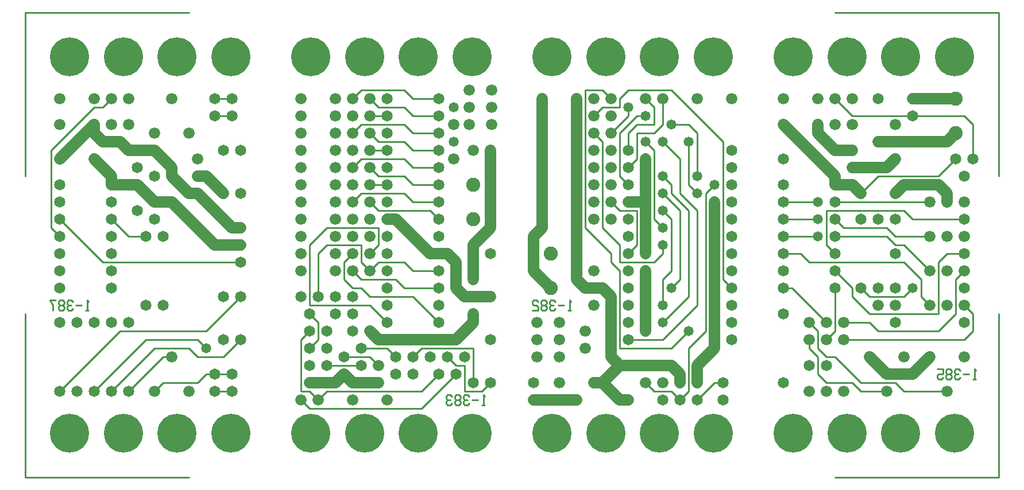
<source format=gbl>
%MOIN*%
%FSLAX25Y25*%
G04 D10 used for Character Trace; *
G04     Circle (OD=.01000) (No hole)*
G04 D11 used for Power Trace; *
G04     Circle (OD=.06700) (No hole)*
G04 D12 used for Signal Trace; *
G04     Circle (OD=.01100) (No hole)*
G04 D13 used for Via; *
G04     Circle (OD=.05800) (Round. Hole ID=.02800)*
G04 D14 used for Component hole; *
G04     Circle (OD=.06500) (Round. Hole ID=.03500)*
G04 D15 used for Component hole; *
G04     Circle (OD=.06600) (Round. Hole ID=.04200)*
G04 D16 used for Component hole; *
G04     Circle (OD=.08200) (Round. Hole ID=.05200)*
G04 D17 used for Component hole; *
G04     Circle (OD=.09000) (Round. Hole ID=.06000)*
G04 D18 used for Component hole; *
G04     Circle (OD=.11600) (Round. Hole ID=.08600)*
G04 D19 used for Component hole; *
G04     Circle (OD=.15500) (Round. Hole ID=.12500)*
G04 D20 used for Component hole; *
G04     Circle (OD=.18200) (Round. Hole ID=.15200)*
G04 D21 used for Component hole; *
G04     Circle (OD=.22600) (Round. Hole ID=.19600)*
%ADD10C,.01000*%
%ADD11C,.06700*%
%ADD12C,.01100*%
%ADD13C,.05800*%
%ADD14C,.06500*%
%ADD15C,.06600*%
%ADD16C,.08200*%
%ADD17C,.09000*%
%ADD18C,.11600*%
%ADD19C,.15500*%
%ADD20C,.18200*%
%ADD21C,.22600*%
%IPPOS*%
%LPD*%
G90*X0Y0D02*D21*X25625Y25625D03*D14*              
X50000Y50000D03*D12*X75000Y75000D01*X95000D01*    
X100000Y70000D01*X115000D01*X125000Y80000D01*D14* 
D03*X115000D03*D12*X100000Y55000D02*              
X105000Y60000D01*X80000Y55000D02*X100000D01*      
X75000Y50000D02*X80000Y55000D01*D15*              
X75000Y50000D03*D14*X60000D03*D12*X80000Y70000D01*
X85000D01*D15*D03*D12*X40000Y50000D02*            
X70000Y80000D01*D14*X40000Y50000D03*X30000D03*    
X20000D03*D12*X55000Y85000D01*X105000D01*         
X125000Y105000D01*D14*D03*X115000D03*             
X125000Y125000D03*D12*X45000D01*X20000Y150000D01* 
D14*D03*D12*Y140000D02*X15000Y145000D01*D14*      
X20000Y140000D03*D12*X15000Y145000D02*Y190000D01* 
X40000Y215000D01*X45000D01*X50000Y220000D01*D15*  
D03*X60000D03*X40000D03*Y205000D03*D11*           
X20000Y185000D01*D14*D03*Y170000D03*D11*          
X40000Y200000D02*Y205000D01*X45000Y195000D02*     
X40000Y200000D01*X45000Y195000D02*X55000D01*      
X60000Y190000D01*X75000D01*X85000Y180000D01*      
Y175000D01*X95000Y165000D01*X100000D01*D15*D03*   
D11*X120000Y145000D01*X125000D01*D14*D03*         
Y135000D03*D11*X110000D01*X85000Y160000D01*       
X75000D01*D14*D03*D11*X65000Y170000D01*D14*D03*   
D11*X50000D01*D14*D03*D11*Y175000D01*             
X40000Y185000D01*D14*D03*D15*X60000Y205000D03*    
X20000D03*X50000D03*D14*X20000Y160000D03*         
X65000Y180000D03*X50000Y160000D03*                
X65000Y155000D03*X75000Y150000D03*Y175000D03*     
X50000Y150000D03*D12*X60000Y140000D01*X70000D01*  
D14*D03*X80000D03*X50000Y120000D03*Y140000D03*    
Y130000D03*Y110000D03*D11*X115000Y165000D02*      
X105000Y175000D01*D14*X115000Y165000D03*D11*      
X100000Y175000D02*X105000D01*D15*X100000D03*      
Y185000D03*D14*X115000Y190000D03*D15*             
X75000Y200000D03*D14*X125000Y165000D03*D15*       
X95000Y200000D03*D14*X125000Y190000D03*           
X120000Y210000D03*D12*X110000D01*D14*D03*         
X120000Y220000D03*D12*X110000D01*D14*D03*D21*     
X119375Y244375D03*D15*X85000Y220000D03*D21*       
X88125Y244375D03*X56875D03*X25625D03*D14*         
X20000Y130000D03*D15*Y220000D03*D14*Y120000D03*   
Y110000D03*D10*X36674Y101914D02*X35837Y102871D01* 
Y97129D01*X36674D02*X35000D01*X32511Y100000D02*   
X29163D01*X27511Y101914D02*X26674Y102871D01*      
X25000D01*X24163Y101914D01*Y100957D01*            
X25000Y100000D01*X26674D01*X25000D02*             
X24163Y99043D01*Y98086D01*X25000Y97129D01*        
X26674D01*X27511Y98086D01*X21674Y100000D02*       
X22511Y100957D01*Y101914D01*X21674Y102871D01*     
X20000D01*X19163Y101914D01*Y100957D01*            
X20000Y100000D01*X21674D01*X22511Y99043D01*       
Y98086D01*X21674Y97129D01*X20000D01*              
X19163Y98086D01*Y99043D01*X20000Y100000D01*       
X17511Y102871D02*X14163D01*X15837Y100000D01*      
Y97129D01*D14*X70000Y100000D03*X80000D03*         
X20000Y90000D03*X30000D03*X40000D03*X50000D03*    
X60000D03*D12*X70000Y80000D02*X100000D01*         
X105000Y75000D01*D13*D03*D14*X120000Y60000D03*D12*
X110000D01*D14*D03*D12*X105000D01*D15*            
X95000Y50000D03*D14*X110000D03*D12*X120000D01*D14*
D03*D21*X119375Y25625D03*X88125D03*X56875D03*G90* 
X0Y0D02*D15*X160000Y160000D03*Y45000D03*D12*      
X165000Y40000D01*X230000D01*X250000Y60000D01*D14* 
D03*D12*X255000Y50000D02*Y65000D01*Y50000D02*     
X265000D01*X270000Y55000D01*D14*D03*X260000D03*   
D12*Y75000D01*X230000D01*X225000Y70000D01*D14*D03*
X215000Y80000D03*D11*X205000D01*X200000Y85000D01* 
D14*D03*D12*X215000Y70000D02*X210000Y75000D01*D14*
X215000Y70000D03*D12*X195000Y75000D02*X210000D01* 
D14*X195000D03*D12*X205000Y65000D02*              
X200000Y70000D01*D15*X205000Y65000D03*D12*        
X185000Y70000D02*X200000D01*D14*X185000D03*       
X195000Y65000D03*D12*X175000D01*D14*D03*          
X165000Y75000D03*D12*X170000Y80000D01*Y90000D01*  
X165000Y95000D01*D14*D03*D12*Y100000D02*          
X200000D01*X210000Y90000D01*D14*D03*Y100000D03*   
D11*X215000Y80000D02*X225000D01*D14*D03*D11*      
X250000D01*D14*D03*D11*X260000Y90000D01*Y95000D01*
D15*D03*X270000Y105000D03*D11*X255000D01*         
X250000Y110000D01*Y125000D01*X245000Y130000D01*   
X240000D01*D14*D03*D11*X235000D01*                
X215000Y150000D01*X210000D01*D14*D03*D12*         
X205000Y155000D02*X235000D01*X240000Y150000D01*   
D14*D03*Y160000D03*D12*X225000D01*                
X220000Y165000D01*X195000D01*X190000Y160000D01*   
D15*D03*X200000Y150000D03*Y170000D03*D12*         
X210000D01*D14*D03*D12*X205000Y175000D02*         
X220000D01*X225000Y170000D01*X240000D01*D14*D03*  
Y180000D03*D12*X225000D01*X220000Y185000D01*      
X195000D01*X190000Y180000D01*D15*D03*             
X200000Y190000D03*D12*X210000D01*D14*D03*D12*     
X205000Y195000D02*X220000D01*X225000Y190000D01*   
X240000D01*D14*D03*D15*X248500Y185000D03*D14*     
X240000Y200000D03*D12*X225000D01*                 
X220000Y205000D01*X195000D01*X190000Y200000D01*   
D15*D03*X200000Y210000D03*D12*X210000D01*D14*D03* 
D12*X205000Y215000D02*X220000D01*                 
X225000Y210000D01*X240000D01*D14*D03*D15*         
X248500Y205000D03*D14*X240000Y220000D03*D12*      
X225000D01*X220000Y225000D01*X195000D01*          
X190000Y220000D01*D15*D03*X180000Y210000D03*      
X200000Y220000D03*D12*X205000Y215000D01*D14*      
X210000Y220000D03*D15*X200000Y200000D03*D12*      
X205000Y195000D01*D14*X210000Y200000D03*D15*      
X190000Y210000D03*X200000Y180000D03*D12*          
X205000Y175000D01*D14*X210000Y180000D03*D15*      
X190000Y190000D03*X200000Y160000D03*D12*          
X205000Y155000D01*D14*X210000Y160000D03*D12*      
X205000Y135000D02*Y145000D01*X200000Y130000D02*   
X205000Y135000D01*D15*X200000Y130000D03*D12*      
Y120000D02*X205000Y125000D01*D15*                 
X200000Y120000D03*D12*X195000Y125000D01*          
Y135000D01*X175000D01*X170000Y130000D01*          
Y105000D01*D14*D03*D12*X165000Y100000D02*         
Y135000D01*X175000Y145000D01*X205000D01*D14*      
X210000Y140000D03*D15*X200000D03*                 
X190000Y130000D03*D12*X185000Y125000D01*          
Y115000D01*X190000Y110000D01*X195000D01*          
X200000Y105000D01*X225000D01*X240000Y90000D01*D14*
D03*Y100000D03*D12*X220000Y110000D02*X240000D01*  
D14*D03*Y120000D03*D12*X225000D01*                
X220000Y125000D01*X205000D01*D14*                 
X210000Y120000D03*Y130000D03*D12*                 
X220000Y110000D02*X215000Y115000D01*X195000D01*   
X190000Y120000D01*D15*D03*X180000Y130000D03*      
Y120000D03*D14*Y105000D03*X190000D03*             
X210000Y110000D03*D15*X190000Y140000D03*          
X180000D03*D14*Y95000D03*X190000D03*D15*          
X160000Y150000D03*Y140000D03*Y130000D03*          
X190000Y150000D03*X160000Y120000D03*              
X180000Y150000D03*D14*X160000Y105000D03*          
X165000Y85000D03*D12*X160000Y80000D01*Y50000D01*  
X165000D01*X170000Y45000D01*D15*D03*D12*          
X175000Y50000D01*X230000D01*X240000Y60000D01*D14* 
D03*X245000Y70000D03*D12*X250000Y65000D01*        
X255000D01*D14*Y70000D03*X270000Y80000D03*D10*    
X266674Y46914D02*X265837Y47871D01*Y42129D01*      
X266674D02*X265000D01*X262511Y45000D02*X259163D01*
X257511Y46914D02*X256674Y47871D01*X255000D01*     
X254163Y46914D01*Y45957D01*X255000Y45000D01*      
X256674D01*X255000D02*X254163Y44043D01*Y43086D01* 
X255000Y42129D01*X256674D01*X257511Y43086D01*     
X251674Y45000D02*X252511Y45957D01*Y46914D01*      
X251674Y47871D01*X250000D01*X249163Y46914D01*     
Y45957D01*X250000Y45000D01*X251674D01*            
X252511Y44043D01*Y43086D01*X251674Y42129D01*      
X250000D01*X249163Y43086D01*Y44043D01*            
X250000Y45000D01*X247511Y46914D02*                
X246674Y47871D01*X245000D01*X244163Y46914D01*     
Y45957D01*X245000Y45000D01*X246674D01*X245000D02* 
X244163Y44043D01*Y43086D01*X245000Y42129D01*      
X246674D01*X247511Y43086D01*D14*X235000Y70000D03* 
X225000Y60000D03*D21*X228125Y25625D03*D14*        
X215000Y60000D03*D21*X259375Y25625D03*D15*        
X210000Y45000D03*X260000Y115000D03*D11*Y130000D01*
D14*D03*D11*Y135000D01*X270000Y145000D01*         
Y190000D01*D15*D03*X260000D03*X270500Y205000D03*  
X257500D03*D16*X260000Y170000D03*D13*             
X248500Y195000D03*D15*X270500Y215000D03*          
X257500D03*D13*X248500D03*D15*X270500Y225000D03*  
X257500D03*D16*X260000Y150000D03*D14*             
X240000Y140000D03*D21*X259375Y244375D03*          
X228125D03*D14*X270000Y130000D03*D21*             
X196875Y244375D03*D15*X190000Y170000D03*          
X180000Y220000D03*Y200000D03*Y190000D03*          
Y180000D03*Y170000D03*Y160000D03*D14*             
X175000Y85000D03*X190000D03*D21*X165625Y244375D03*
D15*X160000Y220000D03*Y210000D03*Y200000D03*      
Y190000D03*Y180000D03*Y170000D03*D14*             
X175000Y75000D03*X165000Y65000D03*                
X185000Y60000D03*D11*X180000Y55000D01*X175000D01* 
D14*D03*D11*X165000D01*D14*D03*D11*X190000D02*    
X185000Y60000D01*X190000Y55000D02*X205000D01*D15* 
D03*X190000Y45000D03*D21*X196875Y25625D03*        
X165625D03*G90*X0Y0D02*D14*X295000Y45000D03*D11*  
X320000D01*D15*D03*X330000Y55000D03*D11*          
X335000D01*X345000Y45000D01*X350000D01*D14*D03*   
D15*X360000Y55000D03*D12*X365000Y50000D01*        
X375000D01*X380000Y45000D01*D14*D03*D12*          
X385000Y50000D01*Y75000D01*X395000Y85000D01*      
Y165000D01*X400000Y170000D01*D13*D03*D14*         
X410000Y160000D03*Y180000D03*D13*                 
X390000Y175000D03*D12*Y200000D01*                 
X385000Y205000D01*X375000D01*D13*D03*D12*         
X365000Y200000D02*X370000Y205000D01*              
X355000Y200000D02*X365000D01*X355000Y185000D02*   
Y200000D01*X350000Y180000D02*X355000Y185000D01*   
D14*X350000Y180000D03*D12*Y170000D02*             
X345000Y175000D01*D14*X350000Y170000D03*D12*      
X345000Y175000D02*Y200000D01*X355000Y210000D01*   
X360000D01*D13*D03*D12*X355000Y205000D02*         
X365000D01*X350000Y200000D02*X355000Y205000D01*   
X350000Y190000D02*Y200000D01*D14*Y190000D03*D15*  
X340000Y200000D03*D12*X350000Y210000D01*          
Y215000D01*D13*D03*D12*X345000D02*Y220000D01*     
X335000Y215000D02*X345000D01*X330000Y210000D02*   
X335000Y215000D01*D15*X330000Y210000D03*          
X340000Y220000D03*D12*X335000Y225000D01*          
X325000D01*Y145000D01*X340000Y130000D01*          
Y125000D01*X345000Y120000D01*Y75000D01*X375000D01*
X385000Y85000D01*D13*D03*X370000Y100000D03*D12*   
Y115000D01*X375000Y120000D01*Y150000D01*          
X370000Y155000D01*D13*D03*D12*Y145000D02*         
X365000Y150000D01*D13*X370000Y145000D03*D12*      
X365000Y150000D02*Y190000D01*X360000Y195000D01*   
D13*D03*D12*X370000Y205000D02*Y220000D01*D15*D03* 
D12*X405000Y195000D02*X375000Y225000D01*          
X405000Y115000D02*Y195000D01*X410000Y110000D02*   
X405000Y115000D01*D14*X410000Y110000D03*          
Y120000D03*Y100000D03*Y130000D03*Y90000D03*D12*   
X370000Y80000D02*X390000Y100000D01*               
X350000Y80000D02*X370000D01*D14*X350000D03*D11*   
X345000Y65000D02*X340000Y70000D01*                
X335000Y55000D02*X345000Y65000D01*X375000D01*     
X380000Y60000D01*Y55000D01*D14*D03*               
X390000Y45000D03*D12*X400000Y55000D01*X405000D01* 
D14*D03*Y45000D03*D11*X390000Y55000D02*Y65000D01* 
D14*Y55000D03*D11*Y65000D02*X400000Y75000D01*     
Y160000D01*D13*D03*D14*X410000Y150000D03*         
Y170000D03*D13*X390000Y165000D03*D12*             
X385000Y170000D01*Y195000D01*D13*D03*D12*         
X380000Y165000D02*Y185000D01*X390000Y155000D02*   
X380000Y165000D01*X390000Y100000D02*Y155000D01*   
X370000Y90000D02*X385000Y105000D01*D13*           
X370000Y90000D03*X360000Y85000D03*D11*Y120000D01* 
D13*D03*D12*X345000Y125000D02*X365000D01*         
X345000D02*Y135000D01*X335000Y145000D01*          
Y195000D01*X330000Y200000D01*D15*D03*             
X340000Y190000D03*Y210000D03*X320000D03*D11*      
Y200000D01*D15*D03*D11*Y190000D01*D15*D03*D11*    
Y180000D01*D15*D03*D11*Y170000D01*D15*D03*D11*    
Y160000D01*D15*D03*D11*Y150000D01*D15*D03*D11*    
Y115000D01*X325000Y110000D01*X335000D01*          
X340000Y105000D01*Y70000D01*D15*X325000Y85000D03* 
Y75000D03*D14*X350000Y90000D03*X370000Y45000D03*  
D15*X310000Y90000D03*X370000Y55000D03*D14*        
X350000Y100000D03*D15*X310000Y80000D03*Y70000D03* 
X330000Y100000D03*X310000Y55000D03*D13*           
X375000Y110000D03*D12*X380000Y115000D01*          
Y155000D01*X370000Y165000D01*D13*D03*D12*         
X375000D02*Y170000D01*X385000Y155000D02*          
X375000Y165000D01*X385000Y105000D02*Y155000D01*   
X365000Y125000D02*X370000Y130000D01*Y135000D01*   
D13*D03*X360000Y130000D03*D11*Y160000D01*         
X350000D01*D14*D03*D12*X355000Y135000D02*         
Y155000D01*X350000Y130000D02*X355000Y135000D01*   
D14*X350000Y130000D03*Y140000D03*Y120000D03*D15*  
X330000Y150000D03*D14*X350000D03*Y110000D03*D15*  
X340000Y150000D03*X330000Y120000D03*D12*          
X345000Y155000D02*X355000D01*X345000D02*          
X340000Y160000D01*D15*D03*X330000Y170000D03*      
X340000D03*X330000Y160000D03*D11*X360000D02*      
Y185000D01*D13*D03*X370000Y175000D03*D12*         
X375000Y170000D01*X380000Y185000D02*              
X370000Y195000D01*D13*D03*D12*X365000Y205000D02*  
Y215000D01*X360000Y220000D01*D15*D03*D12*         
X345000D02*X350000Y225000D01*X375000D01*D15*      
X390000Y220000D03*D21*X368125Y244375D03*          
X399375D03*D14*X410000Y190000D03*D15*Y220000D03*  
D21*X336875Y244375D03*D15*X330000Y180000D03*      
X340000D03*X330000Y220000D03*Y190000D03*          
X320000Y220000D03*D11*Y210000D01*D15*             
X300000Y190000D03*D11*Y180000D01*D15*D03*D11*     
Y170000D01*D15*D03*D11*Y160000D01*D15*D03*D11*    
Y150000D01*D15*D03*D11*Y145000D01*                
X295000Y140000D01*Y120000D01*X305000Y110000D01*   
D16*D03*D10*X316674Y101914D02*X315837Y102871D01*  
Y97129D01*X316674D02*X315000D01*X312511Y100000D02*
X309163D01*X307511Y101914D02*X306674Y102871D01*   
X305000D01*X304163Y101914D01*Y100957D01*          
X305000Y100000D01*X306674D01*X305000D02*          
X304163Y99043D01*Y98086D01*X305000Y97129D01*      
X306674D01*X307511Y98086D01*X301674Y100000D02*    
X302511Y100957D01*Y101914D01*X301674Y102871D01*   
X300000D01*X299163Y101914D01*Y100957D01*          
X300000Y100000D01*X301674D01*X302511Y99043D01*    
Y98086D01*X301674Y97129D01*X300000D01*            
X299163Y98086D01*Y99043D01*X300000Y100000D01*     
X297511Y101914D02*X296674Y102871D01*X295000D01*   
X294163Y101914D01*Y100957D01*X295000Y100000D01*   
X296674D01*X297511Y99043D01*Y97129D01*X294163D01* 
D15*X297000Y90000D03*D16*X305000Y130000D03*D15*   
X297000Y80000D03*Y70000D03*D14*X295000Y55000D03*  
D11*X300000Y190000D02*Y200000D01*D15*D03*D11*     
Y210000D01*D15*D03*D11*Y220000D01*D15*D03*D21*    
X305625Y244375D03*D14*X410000Y140000D03*Y80000D03*
D21*X305625Y25625D03*X336875D03*X368125D03*       
X399375D03*G90*X0Y0D02*D14*X440000Y55000D03*      
Y95000D03*Y110000D03*D12*X445000D01*              
X465000Y90000D01*D15*D03*D12*Y80000D02*           
X470000Y85000D01*D15*X465000Y80000D03*D12*        
X470000Y85000D02*Y110000D01*D14*D03*D12*          
X490000Y95000D02*X480000Y105000D01*               
X490000Y95000D02*X530000D01*Y125000D01*           
X535000Y130000D01*X545000D01*D14*D03*D15*         
X535000Y140000D03*Y120000D03*X545000Y140000D03*   
Y120000D03*D12*X540000Y115000D01*Y95000D01*       
X530000Y85000D01*X495000D01*X490000Y90000D01*     
X475000D01*D15*D03*Y80000D03*D12*X545000D01*      
X550000Y85000D01*Y95000D01*X545000Y100000D01*D15* 
D03*D14*Y110000D03*D15*X535000Y100000D03*D14*     
X545000Y90000D03*D15*X525000Y120000D03*D12*       
X510000Y135000D01*X505000D01*X500000Y140000D01*   
X470000D01*D14*D03*D12*X475000Y145000D02*         
X500000D01*X505000Y140000D01*X525000D01*D15*D03*  
D12*X515000Y150000D02*X545000D01*D14*D03*D15*     
X535000Y160000D03*D11*Y165000D01*                 
X530000Y170000D01*X515000D01*D14*D03*D11*         
X510000D01*X505000Y165000D01*D14*D03*D12*         
X485000D02*X495000Y175000D01*D14*                 
X485000Y165000D03*D11*X480000Y170000D01*          
X470000D01*D14*D03*D11*Y175000D01*                
X460000Y185000D01*D14*D03*D11*X440000Y205000D01*  
D15*D03*Y220000D03*D11*X470000Y190000D02*         
X460000Y200000D01*X470000Y190000D02*X480000D01*   
D15*D03*Y180000D03*D11*X500000D01*                
X505000Y185000D01*D15*D03*X495000Y195000D03*D11*  
X535000D01*X540000Y200000D01*D16*D03*D12*         
X550000Y205000D02*X545000Y210000D01*              
X550000Y185000D02*Y205000D01*D14*Y185000D03*      
X545000Y175000D03*X540000Y185000D03*D12*          
X530000Y175000D01*X495000D01*X515000Y150000D02*   
X510000Y155000D01*X465000D01*Y135000D01*          
X470000Y130000D01*D14*D03*D13*X460000Y140000D03*  
D12*X440000D01*D14*D03*D12*X455000Y125000D02*     
X450000Y130000D01*X455000Y125000D02*X510000D01*   
X520000Y115000D01*Y105000D01*X525000Y100000D01*   
D15*D03*D13*X515000Y110000D03*D12*                
X510000Y105000D01*X490000D01*X485000Y110000D01*   
D14*D03*D12*X480000Y105000D02*Y110000D01*         
X470000Y120000D01*D14*D03*D12*X440000Y130000D02*  
X450000D01*D14*X440000D03*Y120000D03*D13*         
X460000Y150000D03*D12*X440000D01*D14*D03*         
Y160000D03*D12*X460000D01*D13*D03*D14*            
X470000Y150000D03*D12*X475000Y145000D01*D14*      
X485000Y150000D03*X470000Y160000D03*D12*          
X525000D01*D15*D03*X545000D03*D14*                
X505000Y150000D03*Y130000D03*X495000Y150000D03*   
D15*X480000Y205000D03*X505000D03*D14*             
X495000Y110000D03*D12*X515000Y210000D02*          
X545000D01*D14*X515000D03*D12*X480000D01*         
X470000Y220000D01*D15*D03*X480000D03*X460000D03*  
Y205000D03*D11*Y200000D01*D15*X470000Y205000D03*  
D14*X440000Y185000D03*Y170000D03*                 
X495000Y220000D03*D21*X476875Y244375D03*          
X445625D03*X508125D03*D14*X515000Y220000D03*D11*  
X540000D01*D16*D03*D21*X539375Y244375D03*D14*     
X505000Y110000D03*D15*X495000Y100000D03*          
X505000D03*X455000Y90000D03*D12*X460000Y85000D01* 
Y75000D01*X465000Y70000D01*X470000D01*            
X485000Y55000D01*X505000D01*X510000Y50000D01*     
X535000D01*D15*D03*D10*X551674Y61914D02*          
X550837Y62871D01*Y57129D01*X551674D02*X550000D01* 
X547511Y60000D02*X544163D01*X542511Y61914D02*     
X541674Y62871D01*X540000D01*X539163Y61914D01*     
Y60957D01*X540000Y60000D01*X541674D01*X540000D02* 
X539163Y59043D01*Y58086D01*X540000Y57129D01*      
X541674D01*X542511Y58086D01*X536674Y60000D02*     
X537511Y60957D01*Y61914D01*X536674Y62871D01*      
X535000D01*X534163Y61914D01*Y60957D01*            
X535000Y60000D01*X536674D01*X537511Y59043D01*     
Y58086D01*X536674Y57129D01*X535000D01*            
X534163Y58086D01*Y59043D01*X535000Y60000D01*      
X529163Y62871D02*X532511D01*Y60000D01*X530000D01* 
X529163Y59043D01*Y58086D01*X530000Y57129D01*      
X531674D01*X532511Y58086D01*D15*X545000Y70000D03* 
D11*X500000Y60000D02*X515000D01*X500000D02*       
X490000Y70000D01*D15*D03*D12*X485000Y50000D02*    
X480000Y55000D01*X485000Y50000D02*X500000D01*D15* 
D03*D11*X515000Y60000D02*X525000Y70000D01*D15*D03*
X510000D03*D14*X505000Y90000D03*D21*              
X508125Y25625D03*D12*X465000Y55000D02*X480000D01* 
X465000D02*X460000Y60000D01*Y70000D01*            
X455000Y75000D01*Y80000D01*D15*D03*D14*Y65000D03* 
X465000D03*D15*X455000Y50000D03*X465000D03*       
X475000D03*D21*X445625Y25625D03*X476875D03*       
X539375D03*G90*X0Y0D02*D12*X95000D01*X0D02*       
Y95000D01*G90*Y0D02*Y175000D02*Y270000D01*        
X95000D01*G90*X0Y0D02*X470000D02*X565000D01*      
Y95000D01*G90*X0Y0D02*X470000Y270000D02*          
X565000D01*Y175000D01*M02*                        

</source>
